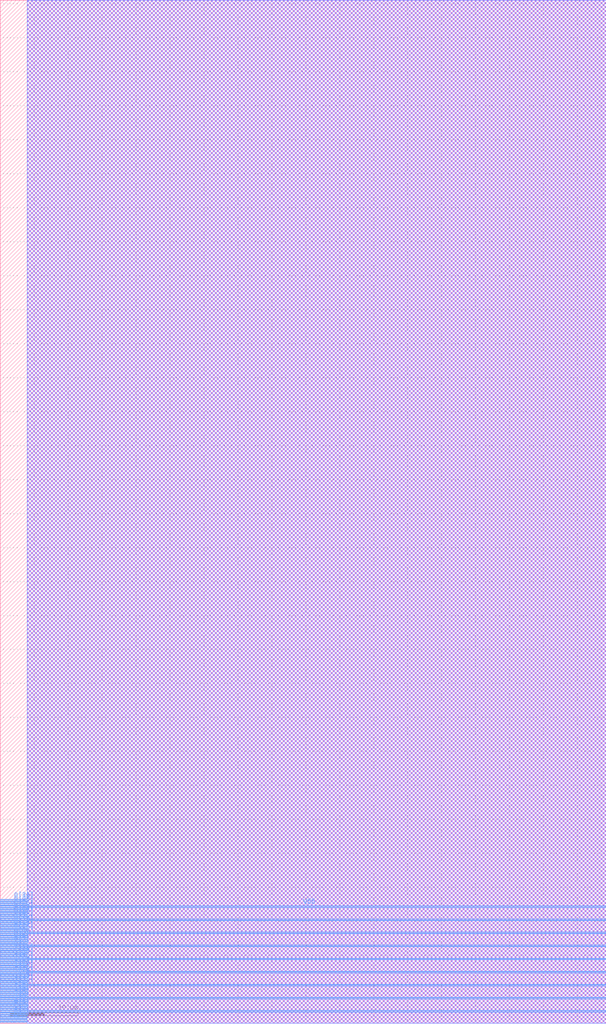
<source format=lef>
VERSION 5.6 ;
BUSBITCHARS "[]" ;
DIVIDERCHAR "/" ;

MACRO SRAM1RW512x32
  CLASS BLOCK ;
  ORIGIN 0 0 ;
  FOREIGN SRAM1RW512x32 0 0 ;
  SIZE 89.248 BY 150.568 ;
  SYMMETRY X Y ;
  SITE coreSite ;
  PIN VDD
    DIRECTION INOUT ;
    USE POWER ;
    PORT 
      LAYER M4 ;
        RECT 0.0 1.632 89.248 1.728 ;
        RECT 0.0 3.552 89.248 3.648 ;
        RECT 0.0 5.472 89.248 5.568 ;
        RECT 0.0 7.392 89.248 7.488 ;
        RECT 0.0 9.312 89.248 9.408 ;
        RECT 0.0 11.232 89.248 11.328 ;
        RECT 0.0 13.152 89.248 13.248 ;
        RECT 0.0 15.072 89.248 15.168 ;
        RECT 0.0 16.992 89.248 17.088 ;
    END 
  END VDD
  PIN VSS
    DIRECTION INOUT ;
    USE GROUND ;
    PORT 
      LAYER M4 ;
        RECT 0.0 1.824 89.248 1.92 ;
        RECT 0.0 3.744 89.248 3.84 ;
        RECT 0.0 5.664 89.248 5.76 ;
        RECT 0.0 7.584 89.248 7.68 ;
        RECT 0.0 9.504 89.248 9.6 ;
        RECT 0.0 11.424 89.248 11.52 ;
        RECT 0.0 13.344 89.248 13.44 ;
        RECT 0.0 15.264 89.248 15.36 ;
        RECT 0.0 17.184 89.248 17.28 ;
    END 
  END VSS
  PIN CE
    DIRECTION INPUT ;
    USE SIGNAL ;
    PORT 
      LAYER M4 ;
        RECT 0.0 0.096 4.0 0.192 ;
    END 
  END CE
  PIN WEB
    DIRECTION INPUT ;
    USE SIGNAL ;
    PORT 
      LAYER M4 ;
        RECT 0.0 0.288 4.0 0.384 ;
    END 
  END WEB
  PIN OEB
    DIRECTION INPUT ;
    USE SIGNAL ;
    PORT 
      LAYER M4 ;
        RECT 0.0 0.48 4.0 0.576 ;
    END 
  END OEB
  PIN CSB
    DIRECTION INPUT ;
    USE SIGNAL ;
    PORT 
      LAYER M4 ;
        RECT 0.0 0.672 4.0 0.768 ;
    END 
  END CSB
  PIN A[0]
    DIRECTION INPUT ;
    USE SIGNAL ;
    PORT 
      LAYER M4 ;
        RECT 0.0 0.864 4.0 0.96 ;
    END 
  END A[0]
  PIN A[1]
    DIRECTION INPUT ;
    USE SIGNAL ;
    PORT 
      LAYER M4 ;
        RECT 0.0 1.056 4.0 1.152 ;
    END 
  END A[1]
  PIN A[2]
    DIRECTION INPUT ;
    USE SIGNAL ;
    PORT 
      LAYER M4 ;
        RECT 0.0 1.248 4.0 1.344 ;
    END 
  END A[2]
  PIN A[3]
    DIRECTION INPUT ;
    USE SIGNAL ;
    PORT 
      LAYER M4 ;
        RECT 0.0 1.44 4.0 1.536 ;
    END 
  END A[3]
  PIN A[4]
    DIRECTION INPUT ;
    USE SIGNAL ;
    PORT 
      LAYER M4 ;
        RECT 0.0 2.016 4.0 2.112 ;
    END 
  END A[4]
  PIN A[5]
    DIRECTION INPUT ;
    USE SIGNAL ;
    PORT 
      LAYER M4 ;
        RECT 0.0 2.208 4.0 2.304 ;
    END 
  END A[5]
  PIN A[6]
    DIRECTION INPUT ;
    USE SIGNAL ;
    PORT 
      LAYER M4 ;
        RECT 0.0 2.4 4.0 2.496 ;
    END 
  END A[6]
  PIN A[7]
    DIRECTION INPUT ;
    USE SIGNAL ;
    PORT 
      LAYER M4 ;
        RECT 0.0 2.592 4.0 2.688 ;
    END 
  END A[7]
  PIN A[8]
    DIRECTION INPUT ;
    USE SIGNAL ;
    PORT 
      LAYER M4 ;
        RECT 0.0 2.784 4.0 2.88 ;
    END 
  END A[8]
  PIN I[0]
    DIRECTION INPUT ;
    USE SIGNAL ;
    PORT 
      LAYER M4 ;
        RECT 0.0 2.976 4.0 3.072 ;
    END 
  END I[0]
  PIN I[1]
    DIRECTION INPUT ;
    USE SIGNAL ;
    PORT 
      LAYER M4 ;
        RECT 0.0 3.168 4.0 3.264 ;
    END 
  END I[1]
  PIN I[2]
    DIRECTION INPUT ;
    USE SIGNAL ;
    PORT 
      LAYER M4 ;
        RECT 0.0 3.36 4.0 3.456 ;
    END 
  END I[2]
  PIN I[3]
    DIRECTION INPUT ;
    USE SIGNAL ;
    PORT 
      LAYER M4 ;
        RECT 0.0 3.936 4.0 4.032 ;
    END 
  END I[3]
  PIN I[4]
    DIRECTION INPUT ;
    USE SIGNAL ;
    PORT 
      LAYER M4 ;
        RECT 0.0 4.128 4.0 4.224 ;
    END 
  END I[4]
  PIN I[5]
    DIRECTION INPUT ;
    USE SIGNAL ;
    PORT 
      LAYER M4 ;
        RECT 0.0 4.32 4.0 4.416 ;
    END 
  END I[5]
  PIN I[6]
    DIRECTION INPUT ;
    USE SIGNAL ;
    PORT 
      LAYER M4 ;
        RECT 0.0 4.512 4.0 4.608 ;
    END 
  END I[6]
  PIN I[7]
    DIRECTION INPUT ;
    USE SIGNAL ;
    PORT 
      LAYER M4 ;
        RECT 0.0 4.704 4.0 4.8 ;
    END 
  END I[7]
  PIN I[8]
    DIRECTION INPUT ;
    USE SIGNAL ;
    PORT 
      LAYER M4 ;
        RECT 0.0 4.896 4.0 4.992 ;
    END 
  END I[8]
  PIN I[9]
    DIRECTION INPUT ;
    USE SIGNAL ;
    PORT 
      LAYER M4 ;
        RECT 0.0 5.088 4.0 5.184 ;
    END 
  END I[9]
  PIN I[10]
    DIRECTION INPUT ;
    USE SIGNAL ;
    PORT 
      LAYER M4 ;
        RECT 0.0 5.28 4.0 5.376 ;
    END 
  END I[10]
  PIN I[11]
    DIRECTION INPUT ;
    USE SIGNAL ;
    PORT 
      LAYER M4 ;
        RECT 0.0 5.856 4.0 5.952 ;
    END 
  END I[11]
  PIN I[12]
    DIRECTION INPUT ;
    USE SIGNAL ;
    PORT 
      LAYER M4 ;
        RECT 0.0 6.048 4.0 6.144 ;
    END 
  END I[12]
  PIN I[13]
    DIRECTION INPUT ;
    USE SIGNAL ;
    PORT 
      LAYER M4 ;
        RECT 0.0 6.24 4.0 6.336 ;
    END 
  END I[13]
  PIN I[14]
    DIRECTION INPUT ;
    USE SIGNAL ;
    PORT 
      LAYER M4 ;
        RECT 0.0 6.432 4.0 6.528 ;
    END 
  END I[14]
  PIN I[15]
    DIRECTION INPUT ;
    USE SIGNAL ;
    PORT 
      LAYER M4 ;
        RECT 0.0 6.624 4.0 6.72 ;
    END 
  END I[15]
  PIN I[16]
    DIRECTION INPUT ;
    USE SIGNAL ;
    PORT 
      LAYER M4 ;
        RECT 0.0 6.816 4.0 6.912 ;
    END 
  END I[16]
  PIN I[17]
    DIRECTION INPUT ;
    USE SIGNAL ;
    PORT 
      LAYER M4 ;
        RECT 0.0 7.008 4.0 7.104 ;
    END 
  END I[17]
  PIN I[18]
    DIRECTION INPUT ;
    USE SIGNAL ;
    PORT 
      LAYER M4 ;
        RECT 0.0 7.2 4.0 7.296 ;
    END 
  END I[18]
  PIN I[19]
    DIRECTION INPUT ;
    USE SIGNAL ;
    PORT 
      LAYER M4 ;
        RECT 0.0 7.776 4.0 7.872 ;
    END 
  END I[19]
  PIN I[20]
    DIRECTION INPUT ;
    USE SIGNAL ;
    PORT 
      LAYER M4 ;
        RECT 0.0 7.968 4.0 8.064 ;
    END 
  END I[20]
  PIN I[21]
    DIRECTION INPUT ;
    USE SIGNAL ;
    PORT 
      LAYER M4 ;
        RECT 0.0 8.16 4.0 8.256 ;
    END 
  END I[21]
  PIN I[22]
    DIRECTION INPUT ;
    USE SIGNAL ;
    PORT 
      LAYER M4 ;
        RECT 0.0 8.352 4.0 8.448 ;
    END 
  END I[22]
  PIN I[23]
    DIRECTION INPUT ;
    USE SIGNAL ;
    PORT 
      LAYER M4 ;
        RECT 0.0 8.544 4.0 8.64 ;
    END 
  END I[23]
  PIN I[24]
    DIRECTION INPUT ;
    USE SIGNAL ;
    PORT 
      LAYER M4 ;
        RECT 0.0 8.736 4.0 8.832 ;
    END 
  END I[24]
  PIN I[25]
    DIRECTION INPUT ;
    USE SIGNAL ;
    PORT 
      LAYER M4 ;
        RECT 0.0 8.928 4.0 9.024 ;
    END 
  END I[25]
  PIN I[26]
    DIRECTION INPUT ;
    USE SIGNAL ;
    PORT 
      LAYER M4 ;
        RECT 0.0 9.12 4.0 9.216 ;
    END 
  END I[26]
  PIN I[27]
    DIRECTION INPUT ;
    USE SIGNAL ;
    PORT 
      LAYER M4 ;
        RECT 0.0 9.696 4.0 9.792 ;
    END 
  END I[27]
  PIN I[28]
    DIRECTION INPUT ;
    USE SIGNAL ;
    PORT 
      LAYER M4 ;
        RECT 0.0 9.888 4.0 9.984 ;
    END 
  END I[28]
  PIN I[29]
    DIRECTION INPUT ;
    USE SIGNAL ;
    PORT 
      LAYER M4 ;
        RECT 0.0 10.08 4.0 10.176 ;
    END 
  END I[29]
  PIN I[30]
    DIRECTION INPUT ;
    USE SIGNAL ;
    PORT 
      LAYER M4 ;
        RECT 0.0 10.272 4.0 10.368 ;
    END 
  END I[30]
  PIN I[31]
    DIRECTION INPUT ;
    USE SIGNAL ;
    PORT 
      LAYER M4 ;
        RECT 0.0 10.464 4.0 10.56 ;
    END 
  END I[31]
  PIN O[0]
    DIRECTION OUTPUT ;
    USE SIGNAL ;
    PORT 
      LAYER M4 ;
        RECT 0.0 10.656 4.0 10.752 ;
    END 
  END O[0]
  PIN O[1]
    DIRECTION OUTPUT ;
    USE SIGNAL ;
    PORT 
      LAYER M4 ;
        RECT 0.0 10.848 4.0 10.944 ;
    END 
  END O[1]
  PIN O[2]
    DIRECTION OUTPUT ;
    USE SIGNAL ;
    PORT 
      LAYER M4 ;
        RECT 0.0 11.04 4.0 11.136 ;
    END 
  END O[2]
  PIN O[3]
    DIRECTION OUTPUT ;
    USE SIGNAL ;
    PORT 
      LAYER M4 ;
        RECT 0.0 11.616 4.0 11.712 ;
    END 
  END O[3]
  PIN O[4]
    DIRECTION OUTPUT ;
    USE SIGNAL ;
    PORT 
      LAYER M4 ;
        RECT 0.0 11.808 4.0 11.904 ;
    END 
  END O[4]
  PIN O[5]
    DIRECTION OUTPUT ;
    USE SIGNAL ;
    PORT 
      LAYER M4 ;
        RECT 0.0 12.0 4.0 12.096 ;
    END 
  END O[5]
  PIN O[6]
    DIRECTION OUTPUT ;
    USE SIGNAL ;
    PORT 
      LAYER M4 ;
        RECT 0.0 12.192 4.0 12.288 ;
    END 
  END O[6]
  PIN O[7]
    DIRECTION OUTPUT ;
    USE SIGNAL ;
    PORT 
      LAYER M4 ;
        RECT 0.0 12.384 4.0 12.48 ;
    END 
  END O[7]
  PIN O[8]
    DIRECTION OUTPUT ;
    USE SIGNAL ;
    PORT 
      LAYER M4 ;
        RECT 0.0 12.576 4.0 12.672 ;
    END 
  END O[8]
  PIN O[9]
    DIRECTION OUTPUT ;
    USE SIGNAL ;
    PORT 
      LAYER M4 ;
        RECT 0.0 12.768 4.0 12.864 ;
    END 
  END O[9]
  PIN O[10]
    DIRECTION OUTPUT ;
    USE SIGNAL ;
    PORT 
      LAYER M4 ;
        RECT 0.0 12.96 4.0 13.056 ;
    END 
  END O[10]
  PIN O[11]
    DIRECTION OUTPUT ;
    USE SIGNAL ;
    PORT 
      LAYER M4 ;
        RECT 0.0 13.536 4.0 13.632 ;
    END 
  END O[11]
  PIN O[12]
    DIRECTION OUTPUT ;
    USE SIGNAL ;
    PORT 
      LAYER M4 ;
        RECT 0.0 13.728 4.0 13.824 ;
    END 
  END O[12]
  PIN O[13]
    DIRECTION OUTPUT ;
    USE SIGNAL ;
    PORT 
      LAYER M4 ;
        RECT 0.0 13.92 4.0 14.016 ;
    END 
  END O[13]
  PIN O[14]
    DIRECTION OUTPUT ;
    USE SIGNAL ;
    PORT 
      LAYER M4 ;
        RECT 0.0 14.112 4.0 14.208 ;
    END 
  END O[14]
  PIN O[15]
    DIRECTION OUTPUT ;
    USE SIGNAL ;
    PORT 
      LAYER M4 ;
        RECT 0.0 14.304 4.0 14.4 ;
    END 
  END O[15]
  PIN O[16]
    DIRECTION OUTPUT ;
    USE SIGNAL ;
    PORT 
      LAYER M4 ;
        RECT 0.0 14.496 4.0 14.592 ;
    END 
  END O[16]
  PIN O[17]
    DIRECTION OUTPUT ;
    USE SIGNAL ;
    PORT 
      LAYER M4 ;
        RECT 0.0 14.688 4.0 14.784 ;
    END 
  END O[17]
  PIN O[18]
    DIRECTION OUTPUT ;
    USE SIGNAL ;
    PORT 
      LAYER M4 ;
        RECT 0.0 14.88 4.0 14.976 ;
    END 
  END O[18]
  PIN O[19]
    DIRECTION OUTPUT ;
    USE SIGNAL ;
    PORT 
      LAYER M4 ;
        RECT 0.0 15.456 4.0 15.552 ;
    END 
  END O[19]
  PIN O[20]
    DIRECTION OUTPUT ;
    USE SIGNAL ;
    PORT 
      LAYER M4 ;
        RECT 0.0 15.648 4.0 15.744 ;
    END 
  END O[20]
  PIN O[21]
    DIRECTION OUTPUT ;
    USE SIGNAL ;
    PORT 
      LAYER M4 ;
        RECT 0.0 15.84 4.0 15.936 ;
    END 
  END O[21]
  PIN O[22]
    DIRECTION OUTPUT ;
    USE SIGNAL ;
    PORT 
      LAYER M4 ;
        RECT 0.0 16.032 4.0 16.128 ;
    END 
  END O[22]
  PIN O[23]
    DIRECTION OUTPUT ;
    USE SIGNAL ;
    PORT 
      LAYER M4 ;
        RECT 0.0 16.224 4.0 16.32 ;
    END 
  END O[23]
  PIN O[24]
    DIRECTION OUTPUT ;
    USE SIGNAL ;
    PORT 
      LAYER M4 ;
        RECT 0.0 16.416 4.0 16.512 ;
    END 
  END O[24]
  PIN O[25]
    DIRECTION OUTPUT ;
    USE SIGNAL ;
    PORT 
      LAYER M4 ;
        RECT 0.0 16.608 4.0 16.704 ;
    END 
  END O[25]
  PIN O[26]
    DIRECTION OUTPUT ;
    USE SIGNAL ;
    PORT 
      LAYER M4 ;
        RECT 0.0 16.8 4.0 16.896 ;
    END 
  END O[26]
  PIN O[27]
    DIRECTION OUTPUT ;
    USE SIGNAL ;
    PORT 
      LAYER M4 ;
        RECT 0.0 17.376 4.0 17.472 ;
    END 
  END O[27]
  PIN O[28]
    DIRECTION OUTPUT ;
    USE SIGNAL ;
    PORT 
      LAYER M4 ;
        RECT 0.0 17.568 4.0 17.664 ;
    END 
  END O[28]
  PIN O[29]
    DIRECTION OUTPUT ;
    USE SIGNAL ;
    PORT 
      LAYER M4 ;
        RECT 0.0 17.76 4.0 17.856 ;
    END 
  END O[29]
  PIN O[30]
    DIRECTION OUTPUT ;
    USE SIGNAL ;
    PORT 
      LAYER M4 ;
        RECT 0.0 17.952 4.0 18.048 ;
    END 
  END O[30]
  PIN O[31]
    DIRECTION OUTPUT ;
    USE SIGNAL ;
    PORT 
      LAYER M4 ;
        RECT 0.0 18.144 4.0 18.24 ;
    END 
  END O[31]
  OBS 
    LAYER M1 ;
      RECT 4.0 0.0 89.248 150.568 ;
    LAYER M2 ;
      RECT 4.0 0.0 89.248 150.568 ;
    LAYER M3 ;
      RECT 4.0 0.0 89.248 150.568 ;
  END 
END SRAM1RW512x32

END LIBRARY
</source>
